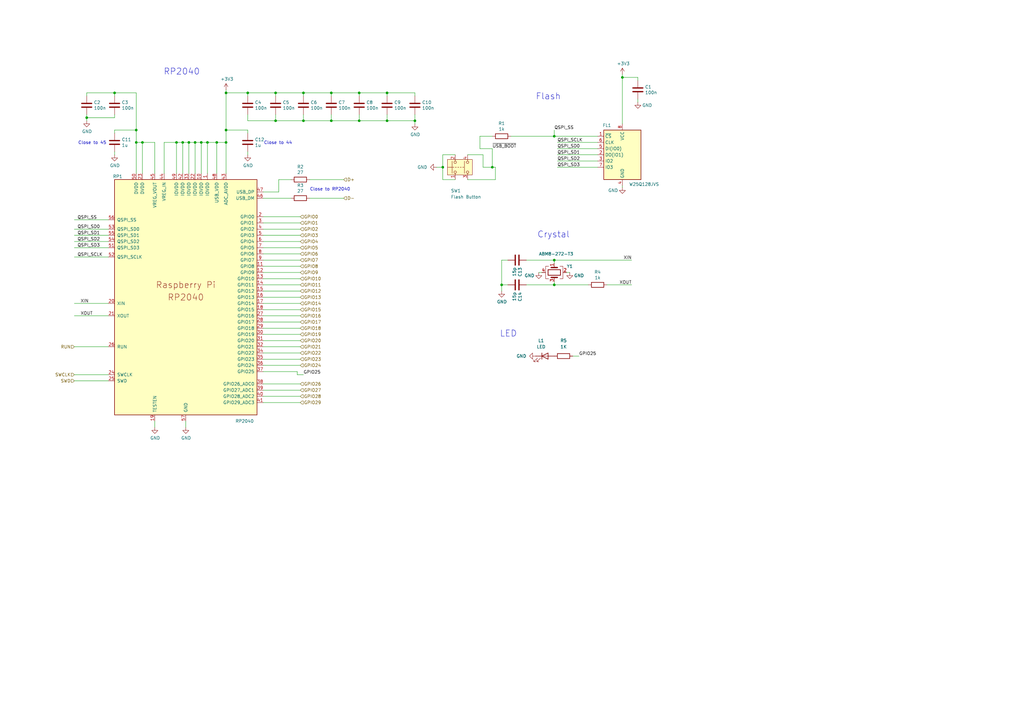
<source format=kicad_sch>
(kicad_sch (version 20231120) (generator "eeschema") (generator_version "8.0")
  (paper "A3")
  (title_block (title "USB to PS/2 Adapter") (date "2024-12-07") (rev "1.2") (company "Mikhail Matveev") (comment 1 "https://github.com/xtremespb/frank2"))
  (lib_symbols
    (symbol "Device:C" (pin_numbers hide) (pin_names (offset 0.254))
      (property "Reference" "C" (at 0.635 2.54 0))
      (property "Value" "C" (at 0.635 -2.54 0))
      (symbol "C_0_1"
        (polyline (pts (xy -2.032 -0.762) (xy 2.032 -0.762)) (stroke (width 0.508)))
        (polyline (pts (xy -2.032 0.762) (xy 2.032 0.762)) (stroke (width 0.508)))
      )
      (symbol "C_1_1"
        (pin passive line (at 0 3.81 270) (length 2.794) (name "~") (number "1"))
        (pin passive line (at 0 -3.81 90) (length 2.794) (name "~") (number "2"))
      )
    )
    (symbol "Device:Crystal_GND24" (pin_names (offset 1.016) hide)
      (property "Reference" "Y" (at 3.175 5.08 0))
      (property "Value" "Crystal_GND24" (at 3.175 3.175 0))
      (symbol "Crystal_GND24_0_1"
        (rectangle (start -1.143 2.54) (end 1.143 -2.54) (stroke (width 0.3048)))
        (polyline (pts (xy -2.54 0) (xy -2.032 0)))
        (polyline (pts (xy -2.032 -1.27) (xy -2.032 1.27)) (stroke (width 0.508)))
        (polyline (pts (xy 0 -3.81) (xy 0 -3.556)))
        (polyline (pts (xy 0 3.556) (xy 0 3.81)))
        (polyline (pts (xy 2.032 -1.27) (xy 2.032 1.27)) (stroke (width 0.508)))
        (polyline (pts (xy 2.032 0) (xy 2.54 0)))
        (polyline (pts (xy -2.54 -2.286) (xy -2.54 -3.556) (xy 2.54 -3.556) (xy 2.54 -2.286)))
        (polyline (pts (xy -2.54 2.286) (xy -2.54 3.556) (xy 2.54 3.556) (xy 2.54 2.286)))
      )
      (symbol "Crystal_GND24_1_1"
        (pin passive line (at -3.81 0 0) (length 1.27) (name "1") (number "1"))
        (pin passive line (at 0 5.08 270) (length 1.27) (name "2") (number "2"))
        (pin passive line (at 3.81 0 180) (length 1.27) (name "3") (number "3"))
        (pin passive line (at 0 -5.08 90) (length 1.27) (name "4") (number "4"))
      )
    )
    (symbol "Device:LED" (pin_numbers hide) (pin_names (offset 1.016) hide)
      (property "Reference" "D" (at 0 2.54 0))
      (property "Value" "LED" (at 0 -2.54 0))
      (symbol "LED_0_1"
        (polyline (pts (xy -1.27 -1.27) (xy -1.27 1.27)) (stroke (width 0.254)))
        (polyline (pts (xy -1.27 0) (xy 1.27 0)))
        (polyline (pts (xy 1.27 -1.27) (xy 1.27 1.27) (xy -1.27 0) (xy 1.27 -1.27)) (stroke (width 0.254)))
        (polyline (pts (xy -3.048 -0.762) (xy -4.572 -2.286) (xy -3.81 -2.286) (xy -4.572 -2.286) (xy -4.572 -1.524)))
        (polyline (pts (xy -1.778 -0.762) (xy -3.302 -2.286) (xy -2.54 -2.286) (xy -3.302 -2.286) (xy -3.302 -1.524)))
      )
      (symbol "LED_1_1"
        (pin passive line (at -3.81 0 0) (length 2.54) (name "K") (number "1"))
        (pin passive line (at 3.81 0 180) (length 2.54) (name "A") (number "2"))
      )
    )
    (symbol "Device:R" (pin_numbers hide) (pin_names (offset 0))
      (property "Reference" "R" (at 2.032 0 90))
      (property "Value" "R" (at 0 0 90))
      (symbol "R_0_1"
        (rectangle (start -1.016 -2.54) (end 1.016 2.54) (stroke (width 0.254)))
      )
      (symbol "R_1_1"
        (pin passive line (at 0 3.81 270) (length 1.27) (name "~") (number "1"))
        (pin passive line (at 0 -3.81 90) (length 1.27) (name "~") (number "2"))
      )
    )
    (symbol "GND_1" (power) (pin_numbers hide) (pin_names (offset 0) hide)
      (property "Value" "GND" (at 0 -3.81 0))
      (symbol "GND_1_0_1"
        (polyline (pts (xy 0 0) (xy 0 -1.27) (xy 1.27 -1.27) (xy 0 -2.54) (xy -1.27 -1.27) (xy 0 -1.27)))
      )
      (symbol "GND_1_1_1"
        (pin power_in line (at 0 0 270) (length 0) (name "~") (number "1"))
      )
    )
    (symbol "GND_2" (power) (pin_numbers hide) (pin_names (offset 0) hide)
      (property "Value" "GND" (at 0 -3.81 0))
      (symbol "GND_2_0_1"
        (polyline (pts (xy 0 0) (xy 0 -1.27) (xy 1.27 -1.27) (xy 0 -2.54) (xy -1.27 -1.27) (xy 0 -1.27)))
      )
      (symbol "GND_2_1_1"
        (pin power_in line (at 0 0 270) (length 0) (name "~") (number "1"))
      )
    )
    (symbol "MCU_RaspberryPi_RP2040:RP2040" (pin_names (offset 1.016))
      (property "Reference" "U" (at -29.21 49.53 0))
      (property "Value" "RP2040" (at 24.13 -49.53 0))
      (symbol "RP2040_0_0"
        (text "Raspberry Pi" (at 0 5.08 0) (effects (font (size 2.54 2.54))))
        (text "RP2040" (at 0 0 0) (effects (font (size 2.54 2.54))))
      )
      (symbol "RP2040_0_1"
        (rectangle (start 29.21 48.26) (end -29.21 -48.26) (stroke (width 0.254)) (fill (type background)))
      )
      (symbol "RP2040_1_1"
        (pin power_in line (at 8.89 50.8 270) (length 2.54) (name "IOVDD") (number "1"))
        (pin power_in line (at 6.35 50.8 270) (length 2.54) (name "IOVDD") (number "10"))
        (pin bidirectional line (at 31.75 12.7 180) (length 2.54) (name "GPIO8") (number "11"))
        (pin bidirectional line (at 31.75 10.16 180) (length 2.54) (name "GPIO9") (number "12"))
        (pin bidirectional line (at 31.75 7.62 180) (length 2.54) (name "GPIO10") (number "13"))
        (pin bidirectional line (at 31.75 5.08 180) (length 2.54) (name "GPIO11") (number "14"))
        (pin bidirectional line (at 31.75 2.54 180) (length 2.54) (name "GPIO12") (number "15"))
        (pin bidirectional line (at 31.75 0 180) (length 2.54) (name "GPIO13") (number "16"))
        (pin bidirectional line (at 31.75 -2.54 180) (length 2.54) (name "GPIO14") (number "17"))
        (pin bidirectional line (at 31.75 -5.08 180) (length 2.54) (name "GPIO15") (number "18"))
        (pin passive line (at -12.7 -50.8 90) (length 2.54) (name "TESTEN") (number "19"))
        (pin bidirectional line (at 31.75 33.02 180) (length 2.54) (name "GPIO0") (number "2"))
        (pin input line (at -31.75 -2.54 0) (length 2.54) (name "XIN") (number "20"))
        (pin passive line (at -31.75 -7.62 0) (length 2.54) (name "XOUT") (number "21"))
        (pin power_in line (at 3.81 50.8 270) (length 2.54) (name "IOVDD") (number "22"))
        (pin power_in line (at -17.78 50.8 270) (length 2.54) (name "DVDD") (number "23"))
        (pin output line (at -31.75 -31.75 0) (length 2.54) (name "SWCLK") (number "24"))
        (pin bidirectional line (at -31.75 -34.29 0) (length 2.54) (name "SWD") (number "25"))
        (pin input line (at -31.75 -20.32 0) (length 2.54) (name "RUN") (number "26"))
        (pin bidirectional line (at 31.75 -7.62 180) (length 2.54) (name "GPIO16") (number "27"))
        (pin bidirectional line (at 31.75 -10.16 180) (length 2.54) (name "GPIO17") (number "28"))
        (pin bidirectional line (at 31.75 -12.7 180) (length 2.54) (name "GPIO18") (number "29"))
        (pin bidirectional line (at 31.75 30.48 180) (length 2.54) (name "GPIO1") (number "3"))
        (pin bidirectional line (at 31.75 -15.24 180) (length 2.54) (name "GPIO19") (number "30"))
        (pin bidirectional line (at 31.75 -17.78 180) (length 2.54) (name "GPIO20") (number "31"))
        (pin bidirectional line (at 31.75 -20.32 180) (length 2.54) (name "GPIO21") (number "32"))
        (pin power_in line (at 1.27 50.8 270) (length 2.54) (name "IOVDD") (number "33"))
        (pin bidirectional line (at 31.75 -22.86 180) (length 2.54) (name "GPIO22") (number "34"))
        (pin bidirectional line (at 31.75 -25.4 180) (length 2.54) (name "GPIO23") (number "35"))
        (pin bidirectional line (at 31.75 -27.94 180) (length 2.54) (name "GPIO24") (number "36"))
        (pin bidirectional line (at 31.75 -30.48 180) (length 2.54) (name "GPIO25") (number "37"))
        (pin bidirectional line (at 31.75 -35.56 180) (length 2.54) (name "GPIO26_ADC0") (number "38"))
        (pin bidirectional line (at 31.75 -38.1 180) (length 2.54) (name "GPIO27_ADC1") (number "39"))
        (pin bidirectional line (at 31.75 27.94 180) (length 2.54) (name "GPIO2") (number "4"))
        (pin bidirectional line (at 31.75 -40.64 180) (length 2.54) (name "GPIO28_ADC2") (number "40"))
        (pin bidirectional line (at 31.75 -43.18 180) (length 2.54) (name "GPIO29_ADC3") (number "41"))
        (pin power_in line (at -1.27 50.8 270) (length 2.54) (name "IOVDD") (number "42"))
        (pin power_in line (at 16.51 50.8 270) (length 2.54) (name "ADC_AVDD") (number "43"))
        (pin power_in line (at -8.89 50.8 270) (length 2.54) (name "VREG_IN") (number "44"))
        (pin power_out line (at -12.7 50.8 270) (length 2.54) (name "VREG_VOUT") (number "45"))
        (pin bidirectional line (at 31.75 40.64 180) (length 2.54) (name "USB_DM") (number "46"))
        (pin bidirectional line (at 31.75 43.18 180) (length 2.54) (name "USB_DP") (number "47"))
        (pin power_in line (at 12.7 50.8 270) (length 2.54) (name "USB_VDD") (number "48"))
        (pin power_in line (at -3.81 50.8 270) (length 2.54) (name "IOVDD") (number "49"))
        (pin bidirectional line (at 31.75 25.4 180) (length 2.54) (name "GPIO3") (number "5"))
        (pin power_in line (at -20.32 50.8 270) (length 2.54) (name "DVDD") (number "50"))
        (pin bidirectional line (at -31.75 20.32 0) (length 2.54) (name "QSPI_SD3") (number "51"))
        (pin output line (at -31.75 16.51 0) (length 2.54) (name "QSPI_SCLK") (number "52"))
        (pin bidirectional line (at -31.75 27.94 0) (length 2.54) (name "QSPI_SD0") (number "53"))
        (pin bidirectional line (at -31.75 22.86 0) (length 2.54) (name "QSPI_SD2") (number "54"))
        (pin bidirectional line (at -31.75 25.4 0) (length 2.54) (name "QSPI_SD1") (number "55"))
        (pin bidirectional line (at -31.75 31.75 0) (length 2.54) (name "QSPI_SS") (number "56"))
        (pin power_in line (at 0 -50.8 90) (length 2.54) (name "GND") (number "57"))
        (pin bidirectional line (at 31.75 22.86 180) (length 2.54) (name "GPIO4") (number "6"))
        (pin bidirectional line (at 31.75 20.32 180) (length 2.54) (name "GPIO5") (number "7"))
        (pin bidirectional line (at 31.75 17.78 180) (length 2.54) (name "GPIO6") (number "8"))
        (pin bidirectional line (at 31.75 15.24 180) (length 2.54) (name "GPIO7") (number "9"))
      )
    )
    (symbol "Memory_Flash:W25Q128JVS"
      (property "Reference" "U" (at -8.89 8.89 0))
      (property "Value" "W25Q128JVS" (at 7.62 8.89 0))
      (symbol "W25Q128JVS_0_1"
        (rectangle (start -7.62 10.16) (end 7.62 -10.16) (stroke (width 0.254)) (fill (type background)))
      )
      (symbol "W25Q128JVS_1_1"
        (pin input line (at -10.16 7.62 0) (length 2.54) (name "~{CS}") (number "1"))
        (pin bidirectional line (at -10.16 0 0) (length 2.54) (name "DO(IO1)") (number "2"))
        (pin bidirectional line (at -10.16 -2.54 0) (length 2.54) (name "IO2") (number "3"))
        (pin power_in line (at 0 -12.7 90) (length 2.54) (name "GND") (number "4"))
        (pin bidirectional line (at -10.16 2.54 0) (length 2.54) (name "DI(IO0)") (number "5"))
        (pin input line (at -10.16 5.08 0) (length 2.54) (name "CLK") (number "6"))
        (pin bidirectional line (at -10.16 -5.08 0) (length 2.54) (name "IO3") (number "7"))
        (pin power_in line (at 0 12.7 270) (length 2.54) (name "VCC") (number "8"))
      )
    )
    (symbol "Switch:SW_Push_Dual" (pin_names (offset 1.016) hide)
      (property "Reference" "SW" (at 0 7.62 0))
      (property "Value" "SW_Push_Dual" (at 0 -6.35 0))
      (symbol "SW_Push_Dual_0_1"
        (circle (center -2.032 -2.54) (radius 0.508))
        (circle (center -2.032 2.54) (radius 0.508))
        (polyline (pts (xy 0 -0.508) (xy 0 -1.016)))
        (polyline (pts (xy 0 0.508) (xy 0 0)))
        (polyline (pts (xy 0 1.016) (xy 0 1.524)))
        (polyline (pts (xy 0 2.032) (xy 0 2.54)))
        (polyline (pts (xy 0 3.048) (xy 0 3.556)))
        (polyline (pts (xy 0 3.81) (xy 0 5.588)))
        (polyline (pts (xy 2.54 -1.27) (xy -2.54 -1.27)))
        (polyline (pts (xy 2.54 3.81) (xy -2.54 3.81)))
        (circle (center 2.032 -2.54) (radius 0.508))
        (circle (center 2.032 2.54) (radius 0.508))
        (pin passive line (at -5.08 2.54 0) (length 2.54) (name "1") (number "1"))
        (pin passive line (at 5.08 2.54 180) (length 2.54) (name "2") (number "2"))
        (pin passive line (at -5.08 -2.54 0) (length 2.54) (name "3") (number "3"))
        (pin passive line (at 5.08 -2.54 180) (length 2.54) (name "4") (number "4"))
      )
      (symbol "SW_Push_Dual_1_1"
        (rectangle (start -3.175 5.715) (end 3.175 -4.445) (fill (type background)))
      )
    )
    (symbol "power:+3V3" (power) (pin_names (offset 0))
      (property "Value" "+3V3" (at 0 3.556 0))
      (symbol "+3V3_0_1"
        (polyline (pts (xy -0.762 1.27) (xy 0 2.54)))
        (polyline (pts (xy 0 0) (xy 0 2.54)))
        (polyline (pts (xy 0 2.54) (xy 0.762 1.27)))
      )
      (symbol "+3V3_1_1"
        (pin power_in line (at 0 0 90) (length 0) hide (name "+3V3") (number "1"))
      )
    )
    (symbol "power:GND" (power) (pin_names (offset 0))
      (property "Value" "GND" (at 0 -3.81 0))
      (symbol "GND_0_1"
        (polyline (pts (xy 0 0) (xy 0 -1.27) (xy 1.27 -1.27) (xy 0 -2.54) (xy -1.27 -1.27) (xy 0 -1.27)))
      )
      (symbol "GND_1_1"
        (pin power_in line (at 0 0 270) (length 0) hide (name "GND") (number "1"))
      )
    )
  )
  (junction (at 58.42 58.42))
  (junction (at 205.74 116.84))
  (junction (at 113.03 49.53))
  (junction (at 88.9 58.42))
  (junction (at 101.6 38.1))
  (junction (at 158.75 49.53))
  (junction (at 72.39 58.42))
  (junction (at 82.55 58.42))
  (junction (at 92.71 53.34))
  (junction (at 170.18 49.53))
  (junction (at 35.56 48.26))
  (junction (at 147.32 49.53))
  (junction (at 80.01 58.42))
  (junction (at 135.89 38.1))
  (junction (at 55.88 53.34))
  (junction (at 113.03 38.1))
  (junction (at 46.99 38.1))
  (junction (at 227.33 55.88))
  (junction (at 135.89 49.53))
  (junction (at 92.71 38.1))
  (junction (at 85.09 58.42))
  (junction (at 74.93 58.42))
  (junction (at 227.33 116.84))
  (junction (at 158.75 38.1))
  (junction (at 124.46 38.1))
  (junction (at 92.71 58.42))
  (junction (at 55.88 58.42))
  (junction (at 77.47 58.42))
  (junction (at 255.27 31.75))
  (junction (at 201.93 68.58))
  (junction (at 227.33 106.68))
  (junction (at 124.46 49.53))
  (junction (at 147.32 38.1))
  (junction (at 181.61 68.58))
  (wire (pts (xy 58.42 58.42) (xy 55.88 58.42)))
  (wire (pts (xy 245.11 60.96) (xy 228.6 60.96)))
  (wire (pts (xy 127 73.66) (xy 140.97 73.66)))
  (wire (pts (xy 107.95 104.14) (xy 123.19 104.14)))
  (wire (pts (xy 181.61 63.5) (xy 181.61 68.58)))
  (wire (pts (xy 121.92 152.4) (xy 107.95 152.4)))
  (wire (pts (xy 46.99 48.26) (xy 46.99 46.99)))
  (wire (pts (xy 170.18 46.99) (xy 170.18 49.53)))
  (wire (pts (xy 196.85 60.96) (xy 196.85 55.88)))
  (wire (pts (xy 255.27 31.75) (xy 255.27 50.8)))
  (wire (pts (xy 114.3 73.66) (xy 114.3 78.74)))
  (wire (pts (xy 82.55 58.42) (xy 85.09 58.42)))
  (wire (pts (xy 158.75 39.37) (xy 158.75 38.1)))
  (wire (pts (xy 92.71 38.1) (xy 101.6 38.1)))
  (wire (pts (xy 101.6 46.99) (xy 101.6 49.53)))
  (wire (pts (xy 101.6 39.37) (xy 101.6 38.1)))
  (wire (pts (xy 67.31 58.42) (xy 72.39 58.42)))
  (wire (pts (xy 205.74 106.68) (xy 205.74 116.84)))
  (wire (pts (xy 261.62 40.64) (xy 261.62 41.91)))
  (wire (pts (xy 107.95 142.24) (xy 123.19 142.24)))
  (wire (pts (xy 107.95 160.02) (xy 123.19 160.02)))
  (wire (pts (xy 113.03 39.37) (xy 113.03 38.1)))
  (wire (pts (xy 261.62 33.02) (xy 261.62 31.75)))
  (wire (pts (xy 101.6 62.23) (xy 101.6 63.5)))
  (wire (pts (xy 80.01 58.42) (xy 82.55 58.42)))
  (wire (pts (xy 215.9 106.68) (xy 227.33 106.68)))
  (wire (pts (xy 92.71 58.42) (xy 92.71 71.12)))
  (wire (pts (xy 63.5 71.12) (xy 63.5 58.42)))
  (wire (pts (xy 30.48 99.06) (xy 44.45 99.06)))
  (wire (pts (xy 107.95 165.1) (xy 123.19 165.1)))
  (wire (pts (xy 201.93 68.58) (xy 201.93 60.96)))
  (wire (pts (xy 113.03 46.99) (xy 113.03 49.53)))
  (wire (pts (xy 46.99 39.37) (xy 46.99 38.1)))
  (wire (pts (xy 227.33 55.88) (xy 245.11 55.88)))
  (wire (pts (xy 107.95 127) (xy 123.19 127)))
  (wire (pts (xy 196.85 55.88) (xy 201.93 55.88)))
  (wire (pts (xy 30.48 124.46) (xy 44.45 124.46)))
  (wire (pts (xy 107.95 96.52) (xy 123.19 96.52)))
  (wire (pts (xy 201.93 68.58) (xy 203.2 68.58)))
  (wire (pts (xy 208.28 106.68) (xy 205.74 106.68)))
  (wire (pts (xy 46.99 62.23) (xy 46.99 63.5)))
  (wire (pts (xy 107.95 101.6) (xy 123.19 101.6)))
  (wire (pts (xy 46.99 54.61) (xy 46.99 53.34)))
  (wire (pts (xy 92.71 53.34) (xy 92.71 58.42)))
  (wire (pts (xy 92.71 38.1) (xy 92.71 53.34)))
  (wire (pts (xy 127 81.28) (xy 140.97 81.28)))
  (wire (pts (xy 101.6 54.61) (xy 101.6 53.34)))
  (wire (pts (xy 88.9 71.12) (xy 88.9 58.42)))
  (wire (pts (xy 158.75 46.99) (xy 158.75 49.53)))
  (wire (pts (xy 55.88 53.34) (xy 55.88 58.42)))
  (wire (pts (xy 44.45 129.54) (xy 30.48 129.54)))
  (wire (pts (xy 191.77 63.5) (xy 198.12 63.5)))
  (wire (pts (xy 44.45 153.67) (xy 30.48 153.67)))
  (wire (pts (xy 107.95 124.46) (xy 123.19 124.46)))
  (wire (pts (xy 215.9 116.84) (xy 227.33 116.84)))
  (wire (pts (xy 107.95 139.7) (xy 123.19 139.7)))
  (wire (pts (xy 147.32 49.53) (xy 135.89 49.53)))
  (wire (pts (xy 72.39 58.42) (xy 74.93 58.42)))
  (wire (pts (xy 245.11 68.58) (xy 228.6 68.58)))
  (wire (pts (xy 101.6 38.1) (xy 113.03 38.1)))
  (wire (pts (xy 220.98 111.76) (xy 222.25 111.76)))
  (wire (pts (xy 228.6 58.42) (xy 245.11 58.42)))
  (wire (pts (xy 107.95 162.56) (xy 123.19 162.56)))
  (wire (pts (xy 181.61 63.5) (xy 186.69 63.5)))
  (wire (pts (xy 67.31 71.12) (xy 67.31 58.42)))
  (wire (pts (xy 88.9 58.42) (xy 92.71 58.42)))
  (wire (pts (xy 46.99 53.34) (xy 55.88 53.34)))
  (wire (pts (xy 209.55 55.88) (xy 227.33 55.88)))
  (wire (pts (xy 35.56 46.99) (xy 35.56 48.26)))
  (wire (pts (xy 135.89 38.1) (xy 147.32 38.1)))
  (wire (pts (xy 107.95 99.06) (xy 123.19 99.06)))
  (wire (pts (xy 107.95 114.3) (xy 123.19 114.3)))
  (wire (pts (xy 147.32 38.1) (xy 158.75 38.1)))
  (wire (pts (xy 227.33 115.57) (xy 227.33 116.84)))
  (wire (pts (xy 55.88 38.1) (xy 55.88 53.34)))
  (wire (pts (xy 245.11 63.5) (xy 228.6 63.5)))
  (wire (pts (xy 208.28 116.84) (xy 205.74 116.84)))
  (wire (pts (xy 191.77 73.66) (xy 203.2 73.66)))
  (wire (pts (xy 227.33 107.95) (xy 227.33 106.68)))
  (wire (pts (xy 114.3 73.66) (xy 119.38 73.66)))
  (wire (pts (xy 30.48 101.6) (xy 44.45 101.6)))
  (wire (pts (xy 107.95 147.32) (xy 123.19 147.32)))
  (wire (pts (xy 203.2 68.58) (xy 203.2 73.66)))
  (wire (pts (xy 107.95 129.54) (xy 123.19 129.54)))
  (wire (pts (xy 80.01 71.12) (xy 80.01 58.42)))
  (wire (pts (xy 147.32 46.99) (xy 147.32 49.53)))
  (wire (pts (xy 72.39 71.12) (xy 72.39 58.42)))
  (wire (pts (xy 30.48 93.98) (xy 44.45 93.98)))
  (wire (pts (xy 198.12 68.58) (xy 198.12 63.5)))
  (wire (pts (xy 107.95 106.68) (xy 123.19 106.68)))
  (wire (pts (xy 255.27 76.835) (xy 255.27 76.2)))
  (wire (pts (xy 227.33 106.68) (xy 259.08 106.68)))
  (wire (pts (xy 181.61 73.66) (xy 186.69 73.66)))
  (wire (pts (xy 158.75 38.1) (xy 170.18 38.1)))
  (wire (pts (xy 113.03 38.1) (xy 124.46 38.1)))
  (wire (pts (xy 63.5 172.72) (xy 63.5 175.26)))
  (wire (pts (xy 107.95 132.08) (xy 123.19 132.08)))
  (wire (pts (xy 234.95 146.05) (xy 237.49 146.05)))
  (wire (pts (xy 248.92 116.84) (xy 259.08 116.84)))
  (wire (pts (xy 107.95 116.84) (xy 123.19 116.84)))
  (wire (pts (xy 107.95 78.74) (xy 114.3 78.74)))
  (wire (pts (xy 124.46 46.99) (xy 124.46 49.53)))
  (wire (pts (xy 255.27 30.48) (xy 255.27 31.75)))
  (wire (pts (xy 147.32 39.37) (xy 147.32 38.1)))
  (wire (pts (xy 227.33 116.84) (xy 241.3 116.84)))
  (wire (pts (xy 107.95 81.28) (xy 119.38 81.28)))
  (wire (pts (xy 35.56 48.26) (xy 46.99 48.26)))
  (wire (pts (xy 124.46 39.37) (xy 124.46 38.1)))
  (wire (pts (xy 107.95 91.44) (xy 123.19 91.44)))
  (wire (pts (xy 158.75 49.53) (xy 147.32 49.53)))
  (wire (pts (xy 92.71 53.34) (xy 101.6 53.34)))
  (wire (pts (xy 205.74 116.84) (xy 205.74 119.38)))
  (wire (pts (xy 55.88 58.42) (xy 55.88 71.12)))
  (wire (pts (xy 201.93 60.96) (xy 196.85 60.96)))
  (wire (pts (xy 44.45 142.24) (xy 30.48 142.24)))
  (wire (pts (xy 44.45 156.21) (xy 30.48 156.21)))
  (wire (pts (xy 170.18 39.37) (xy 170.18 38.1)))
  (wire (pts (xy 85.09 58.42) (xy 88.9 58.42)))
  (wire (pts (xy 121.92 153.67) (xy 124.46 153.67)))
  (wire (pts (xy 107.95 119.38) (xy 123.19 119.38)))
  (wire (pts (xy 135.89 46.99) (xy 135.89 49.53)))
  (wire (pts (xy 113.03 49.53) (xy 101.6 49.53)))
  (wire (pts (xy 63.5 58.42) (xy 58.42 58.42)))
  (wire (pts (xy 135.89 39.37) (xy 135.89 38.1)))
  (wire (pts (xy 245.11 66.04) (xy 228.6 66.04)))
  (wire (pts (xy 124.46 38.1) (xy 135.89 38.1)))
  (wire (pts (xy 107.95 93.98) (xy 123.19 93.98)))
  (wire (pts (xy 198.12 68.58) (xy 201.93 68.58)))
  (wire (pts (xy 135.89 49.53) (xy 124.46 49.53)))
  (wire (pts (xy 92.71 36.83) (xy 92.71 38.1)))
  (wire (pts (xy 121.92 153.67) (xy 121.92 152.4)))
  (wire (pts (xy 232.41 111.76) (xy 233.68 111.76)))
  (wire (pts (xy 107.95 121.92) (xy 123.19 121.92)))
  (wire (pts (xy 227.33 53.34) (xy 227.33 55.88)))
  (wire (pts (xy 124.46 49.53) (xy 113.03 49.53)))
  (wire (pts (xy 77.47 58.42) (xy 80.01 58.42)))
  (wire (pts (xy 46.99 38.1) (xy 55.88 38.1)))
  (wire (pts (xy 107.95 111.76) (xy 123.19 111.76)))
  (wire (pts (xy 30.48 96.52) (xy 44.45 96.52)))
  (wire (pts (xy 85.09 58.42) (xy 85.09 71.12)))
  (wire (pts (xy 181.61 68.58) (xy 181.61 73.66)))
  (wire (pts (xy 107.95 137.16) (xy 123.19 137.16)))
  (wire (pts (xy 35.56 38.1) (xy 46.99 38.1)))
  (wire (pts (xy 35.56 39.37) (xy 35.56 38.1)))
  (wire (pts (xy 35.56 48.26) (xy 35.56 49.53)))
  (wire (pts (xy 158.75 49.53) (xy 170.18 49.53)))
  (wire (pts (xy 74.93 71.12) (xy 74.93 58.42)))
  (wire (pts (xy 179.07 68.58) (xy 181.61 68.58)))
  (wire (pts (xy 76.2 172.72) (xy 76.2 175.26)))
  (wire (pts (xy 44.45 105.41) (xy 30.48 105.41)))
  (wire (pts (xy 74.93 58.42) (xy 77.47 58.42)))
  (wire (pts (xy 170.18 49.53) (xy 170.18 50.8)))
  (wire (pts (xy 44.45 90.17) (xy 30.48 90.17)))
  (wire (pts (xy 107.95 134.62) (xy 123.19 134.62)))
  (wire (pts (xy 107.95 109.22) (xy 123.19 109.22)))
  (wire (pts (xy 77.47 71.12) (xy 77.47 58.42)))
  (wire (pts (xy 58.42 71.12) (xy 58.42 58.42)))
  (wire (pts (xy 107.95 157.48) (xy 123.19 157.48)))
  (wire (pts (xy 107.95 149.86) (xy 123.19 149.86)))
  (wire (pts (xy 261.62 31.75) (xy 255.27 31.75)))
  (wire (pts (xy 107.95 88.9) (xy 123.19 88.9)))
  (wire (pts (xy 82.55 71.12) (xy 82.55 58.42)))
  (wire (pts (xy 107.95 144.78) (xy 123.19 144.78)))
  (text "LED" (at 204.978 138.43 0) (effects (font (size 2.54 2.54)) (justify left bottom)))
  (text "RP2040" (at 67.056 30.988 0) (effects (font (size 2.54 2.54)) (justify left bottom)))
  (text "Close to 44" (at 114.046 58.674 0) (effects (font (size 1.27 1.27))))
  (text "Close to RP2040" (at 135.382 77.724 0) (effects (font (size 1.27 1.27))))
  (text "Flash" (at 219.71 41.148 0) (effects (font (size 2.54 2.54)) (justify left bottom)))
  (text "Close to 45" (at 37.846 58.674 0) (effects (font (size 1.27 1.27))))
  (text "Crystal" (at 220.345 97.79 0) (effects (font (size 2.54 2.54)) (justify left bottom)))
  (label "QSPI_SD2" (at 228.6 66.04 0))
  (label "QSPI_SCLK" (at 31.75 105.41 0))
  (label "QSPI_SD0" (at 31.75 93.98 0))
  (label "QSPI_SS" (at 227.33 53.34 0))
  (label "XIN" (at 33.02 124.46 0))
  (label "QSPI_SCLK" (at 228.6 58.42 0))
  (label "QSPI_SD1" (at 31.75 96.52 0))
  (label "QSPI_SD3" (at 31.75 101.6 0))
  (label "GPIO25" (at 237.49 146.05 0))
  (label "XIN" (at 259.08 106.68 180))
  (label "GPIO25" (at 124.46 153.67 0))
  (label "~{USB_BOOT}" (at 201.93 60.96 0))
  (label "QSPI_SD0" (at 228.6 60.96 0))
  (label "XOUT" (at 259.08 116.84 180))
  (label "XOUT" (at 33.02 129.54 0))
  (label "QSPI_SD1" (at 228.6 63.5 0))
  (label "QSPI_SD3" (at 228.6 68.58 0))
  (label "QSPI_SD2" (at 31.75 99.06 0))
  (label "QSPI_SS" (at 31.75 90.17 0))
  (hierarchical_label "GPIO18" (shape input) (at 123.19 134.62 0))
  (hierarchical_label "GPIO29" (shape input) (at 123.19 165.1 0))
  (hierarchical_label "GPIO3" (shape input) (at 123.19 96.52 0))
  (hierarchical_label "GPIO15" (shape input) (at 123.19 127 0))
  (hierarchical_label "GPIO21" (shape input) (at 123.19 142.24 0))
  (hierarchical_label "GPIO16" (shape input) (at 123.19 129.54 0))
  (hierarchical_label "GPIO1" (shape input) (at 123.19 91.44 0))
  (hierarchical_label "D-" (shape input) (at 140.97 81.28 0))
  (hierarchical_label "GPIO11" (shape input) (at 123.19 116.84 0))
  (hierarchical_label "GPIO27" (shape input) (at 123.19 160.02 0))
  (hierarchical_label "D+" (shape input) (at 140.97 73.66 0))
  (hierarchical_label "GPIO20" (shape input) (at 123.19 139.7 0))
  (hierarchical_label "GPIO14" (shape input) (at 123.19 124.46 0))
  (hierarchical_label "GPIO8" (shape input) (at 123.19 109.22 0))
  (hierarchical_label "GPIO26" (shape input) (at 123.19 157.48 0))
  (hierarchical_label "GPIO22" (shape input) (at 123.19 144.78 0))
  (hierarchical_label "GPIO4" (shape input) (at 123.19 99.06 0))
  (hierarchical_label "GPIO7" (shape input) (at 123.19 106.68 0))
  (hierarchical_label "GPIO10" (shape input) (at 123.19 114.3 0))
  (hierarchical_label "SWD" (shape input) (at 30.48 156.21 180))
  (hierarchical_label "GPIO28" (shape input) (at 123.19 162.56 0))
  (hierarchical_label "RUN" (shape input) (at 30.48 142.24 180))
  (hierarchical_label "GPIO23" (shape input) (at 123.19 147.32 0))
  (hierarchical_label "GPIO0" (shape input) (at 123.19 88.9 0))
  (hierarchical_label "GPIO5" (shape input) (at 123.19 101.6 0))
  (hierarchical_label "SWCLK" (shape input) (at 30.48 153.67 180))
  (hierarchical_label "GPIO13" (shape input) (at 123.19 121.92 0))
  (hierarchical_label "GPIO6" (shape input) (at 123.19 104.14 0))
  (hierarchical_label "GPIO2" (shape input) (at 123.19 93.98 0))
  (hierarchical_label "GPIO17" (shape input) (at 123.19 132.08 0))
  (hierarchical_label "GPIO12" (shape input) (at 123.19 119.38 0))
  (hierarchical_label "GPIO9" (shape input) (at 123.19 111.76 0))
  (hierarchical_label "GPIO24" (shape input) (at 123.19 149.86 0))
  (hierarchical_label "GPIO19" (shape input) (at 123.19 137.16 0))
  (symbol (lib_id "Device:C") (at 46.99 43.18 0) (unit 1)
    (property "Reference" "C3" (at 49.911 42.0116 0) (effects (justify left)))
    (property "Value" "100n" (at 49.911 44.323 0) (effects (justify left)))
    (property "Footprint" "LIBS:Medved_C_0805" (effects (hide yes)))
  )
  (symbol (lib_id "MCU_RaspberryPi_RP2040:RP2040") (at 76.2 121.92 0) (unit 1)
    (property "Reference" "RP1" (at 48.26 72.39 0))
    (property "Value" "RP2040" (at 100.33 172.72 0))
    (property "Footprint" "LIBS:RP2040-QFN-56" (effects (hide yes)))
  )
  (symbol (lib_id "Device:R") (at 231.14 146.05 90) (unit 1)
    (property "Reference" "R5" (at 231.14 139.7 90))
    (property "Value" "1K" (at 231.14 142.24 90))
    (property "Footprint" "LIBS:Medved_R_0805" (effects (hide yes)))
    (property "Description" "Resistor" (effects (hide yes)))
  )
  (symbol (lib_id "Device:Crystal_GND24") (at 227.33 111.76 270) (unit 1)
    (property "Reference" "Y1" (at 232.41 109.22 90) (effects (justify left)))
    (property "Value" "ABM8-272-T3" (at 220.98 104.14 90) (effects (justify left)))
    (property "Footprint" "Crystal:Crystal_SMD_3225-4Pin_3.2x2.5mm" (effects (hide yes)))
  )
  (symbol (lib_id "power:+3V3") (at 92.71 36.83 0) (unit 1)
    (property "Reference" "#PWR02" (effects (hide yes)))
    (property "Value" "+3V3" (at 93.091 32.4358 0))
  )
  (symbol (lib_id "Memory_Flash:W25Q128JVS") (at 255.27 63.5 0) (unit 1)
    (property "Reference" "FL1" (at 248.92 51.435 0))
    (property "Value" "W25Q128JVS" (at 264.16 75.565 0))
    (property "Footprint" "LIBS:Medved_SOIC-8_5.23x5.23mm_P1.27mm" (effects (hide yes)))
    (property "Datasheet" "http://www.winbond.com/resource-files/w25q128jv_dtr%20revc%2003272018%20plus.pdf" (effects (hide yes)))
  )
  (symbol (lib_id "Device:C") (at 135.89 43.18 0) (unit 1)
    (property "Reference" "C7" (at 138.811 42.0116 0) (effects (justify left)))
    (property "Value" "100n" (at 138.811 44.323 0) (effects (justify left)))
    (property "Footprint" "LIBS:Medved_C_0805" (effects (hide yes)))
  )
  (symbol (lib_name "GND_2") (lib_id "power:GND") (at 219.71 146.05 270) (unit 1)
    (property "Reference" "#PWR013" (effects (hide yes)))
    (property "Value" "GND" (at 215.9 146.0499 90) (effects (justify right)))
    (property "Description" "Power symbol creates a global label with name \"GND\" , ground" (effects (hide yes)))
  )
  (symbol (lib_id "Device:R") (at 123.19 81.28 270) (unit 1)
    (property "Reference" "R3" (at 123.19 76.0222 90))
    (property "Value" "27" (at 123.19 78.3336 90))
    (property "Footprint" "LIBS:Medved_R_0805" (effects (hide yes)))
  )
  (symbol (lib_id "Device:R") (at 123.19 73.66 270) (unit 1)
    (property "Reference" "R2" (at 123.19 68.4022 90))
    (property "Value" "27" (at 123.19 70.7136 90))
    (property "Footprint" "LIBS:Medved_R_0805" (effects (hide yes)))
  )
  (symbol (lib_id "power:GND") (at 46.99 63.5 0) (unit 1)
    (property "Reference" "#PWR06" (effects (hide yes)))
    (property "Value" "GND" (at 47.117 67.8942 0))
  )
  (symbol (lib_id "power:+3V3") (at 255.27 30.48 0) (unit 1)
    (property "Reference" "#PWR01" (effects (hide yes)))
    (property "Value" "+3V3" (at 255.651 26.0858 0))
  )
  (symbol (lib_id "Switch:SW_Push_Dual") (at 189.23 68.58 90) (unit 1)
    (property "Reference" "SW1" (at 184.912 78.232 90) (effects (justify right)))
    (property "Value" "Flash Button" (at 184.912 80.772 90) (effects (justify right)))
    (property "Footprint" "LIBS:Button_SMD_3x3x2" (effects (hide yes)))
    (property "Description" "Push button switch, generic, symbol, four pins" (effects (hide yes)))
  )
  (symbol (lib_id "Device:R") (at 245.11 116.84 270) (unit 1)
    (property "Reference" "R4" (at 245.11 111.5822 90))
    (property "Value" "1k" (at 245.11 113.8936 90))
    (property "Footprint" "LIBS:Medved_R_0805" (effects (hide yes)))
  )
  (symbol (lib_id "power:GND") (at 76.2 175.26 0) (unit 1)
    (property "Reference" "#PWR015" (effects (hide yes)))
    (property "Value" "GND" (at 76.327 179.6542 0))
  )
  (symbol (lib_id "Device:C") (at 35.56 43.18 0) (unit 1)
    (property "Reference" "C2" (at 38.481 42.0116 0) (effects (justify left)))
    (property "Value" "100n" (at 38.481 44.323 0) (effects (justify left)))
    (property "Footprint" "LIBS:Medved_C_0805" (effects (hide yes)))
  )
  (symbol (lib_id "power:GND") (at 255.27 76.835 0) (unit 1)
    (property "Reference" "#PWR09" (effects (hide yes)))
    (property "Value" "GND" (at 251.46 78.105 0))
  )
  (symbol (lib_id "power:GND") (at 220.98 111.76 0) (unit 1)
    (property "Reference" "#PWR010" (effects (hide yes)))
    (property "Value" "GND" (at 217.17 113.03 0))
  )
  (symbol (lib_id "power:GND") (at 35.56 49.53 0) (unit 1)
    (property "Reference" "#PWR04" (effects (hide yes)))
    (property "Value" "GND" (at 35.687 53.9242 0))
  )
  (symbol (lib_id "Device:C") (at 101.6 43.18 0) (unit 1)
    (property "Reference" "C4" (at 104.521 42.0116 0) (effects (justify left)))
    (property "Value" "100n" (at 104.521 44.323 0) (effects (justify left)))
    (property "Footprint" "LIBS:Medved_C_0805" (effects (hide yes)))
  )
  (symbol (lib_id "power:GND") (at 233.68 111.76 0) (unit 1)
    (property "Reference" "#PWR011" (effects (hide yes)))
    (property "Value" "GND" (at 237.49 113.03 0))
  )
  (symbol (lib_id "power:GND") (at 261.62 41.91 0) (unit 1)
    (property "Reference" "#PWR03" (effects (hide yes)))
    (property "Value" "GND" (at 265.43 43.18 0))
  )
  (symbol (lib_id "Device:C") (at 113.03 43.18 0) (unit 1)
    (property "Reference" "C5" (at 115.951 42.0116 0) (effects (justify left)))
    (property "Value" "100n" (at 115.951 44.323 0) (effects (justify left)))
    (property "Footprint" "LIBS:Medved_C_0805" (effects (hide yes)))
  )
  (symbol (lib_id "Device:C") (at 101.6 58.42 0) (unit 1)
    (property "Reference" "C12" (at 104.521 57.2516 0) (effects (justify left)))
    (property "Value" "1u" (at 104.521 59.563 0) (effects (justify left)))
    (property "Footprint" "LIBS:Medved_C_0805" (effects (hide yes)))
  )
  (symbol (lib_id "Device:C") (at 261.62 36.83 0) (unit 1)
    (property "Reference" "C1" (at 264.541 35.6616 0) (effects (justify left)))
    (property "Value" "100n" (at 264.541 37.973 0) (effects (justify left)))
    (property "Footprint" "LIBS:Medved_C_0805" (effects (hide yes)))
  )
  (symbol (lib_id "Device:C") (at 212.09 106.68 270) (unit 1)
    (property "Reference" "C13" (at 213.2584 109.601 0) (effects (justify left)))
    (property "Value" "15p" (at 210.947 109.601 0) (effects (justify left)))
    (property "Footprint" "LIBS:Medved_C_0805" (effects (hide yes)))
  )
  (symbol (lib_name "GND_1") (lib_id "power:GND") (at 179.07 68.58 270) (unit 1)
    (property "Reference" "#PWR08" (effects (hide yes)))
    (property "Value" "GND" (at 175.26 68.5799 90) (effects (justify right)))
    (property "Description" "Power symbol creates a global label with name \"GND\" , ground" (effects (hide yes)))
  )
  (symbol (lib_id "Device:C") (at 212.09 116.84 270) (unit 1)
    (property "Reference" "C14" (at 213.2584 119.761 0) (effects (justify left)))
    (property "Value" "15p" (at 210.947 119.761 0) (effects (justify left)))
    (property "Footprint" "LIBS:Medved_C_0805" (effects (hide yes)))
  )
  (symbol (lib_id "Device:LED") (at 223.52 146.05 0) (unit 1)
    (property "Reference" "L1" (at 221.9325 139.7 0))
    (property "Value" "LED" (at 221.9325 142.24 0))
    (property "Footprint" "LIBS:Medved_LED_0805" (effects (hide yes)))
    (property "Description" "Light emitting diode" (effects (hide yes)))
  )
  (symbol (lib_id "power:GND") (at 170.18 50.8 0) (unit 1)
    (property "Reference" "#PWR05" (effects (hide yes)))
    (property "Value" "GND" (at 170.307 55.1942 0))
  )
  (symbol (lib_id "power:GND") (at 205.74 119.38 0) (unit 1)
    (property "Reference" "#PWR012" (effects (hide yes)))
    (property "Value" "GND" (at 205.867 123.7742 0))
  )
  (symbol (lib_id "Device:C") (at 46.99 58.42 0) (unit 1)
    (property "Reference" "C11" (at 49.911 57.2516 0) (effects (justify left)))
    (property "Value" "1u" (at 49.911 59.563 0) (effects (justify left)))
    (property "Footprint" "LIBS:Medved_C_0805" (effects (hide yes)))
  )
  (symbol (lib_id "Device:C") (at 124.46 43.18 0) (unit 1)
    (property "Reference" "C6" (at 127.381 42.0116 0) (effects (justify left)))
    (property "Value" "100n" (at 127.381 44.323 0) (effects (justify left)))
    (property "Footprint" "LIBS:Medved_C_0805" (effects (hide yes)))
  )
  (symbol (lib_id "Device:C") (at 170.18 43.18 0) (unit 1)
    (property "Reference" "C10" (at 173.101 42.0116 0) (effects (justify left)))
    (property "Value" "100n" (at 173.101 44.323 0) (effects (justify left)))
    (property "Footprint" "LIBS:Medved_C_0805" (effects (hide yes)))
  )
  (symbol (lib_id "Device:R") (at 205.74 55.88 270) (unit 1)
    (property "Reference" "R1" (at 205.74 50.6222 90))
    (property "Value" "1k" (at 205.74 52.9336 90))
    (property "Footprint" "LIBS:Medved_R_0805" (effects (hide yes)))
  )
  (symbol (lib_id "power:GND") (at 63.5 175.26 0) (unit 1)
    (property "Reference" "#PWR014" (effects (hide yes)))
    (property "Value" "GND" (at 63.627 179.6542 0))
  )
  (symbol (lib_id "power:GND") (at 101.6 63.5 0) (unit 1)
    (property "Reference" "#PWR07" (effects (hide yes)))
    (property "Value" "GND" (at 101.727 67.8942 0))
  )
  (symbol (lib_id "Device:C") (at 147.32 43.18 0) (unit 1)
    (property "Reference" "C8" (at 150.241 42.0116 0) (effects (justify left)))
    (property "Value" "100n" (at 150.241 44.323 0) (effects (justify left)))
    (property "Footprint" "LIBS:Medved_C_0805" (effects (hide yes)))
  )
  (symbol (lib_id "Device:C") (at 158.75 43.18 0) (unit 1)
    (property "Reference" "C9" (at 161.671 42.0116 0) (effects (justify left)))
    (property "Value" "100n" (at 161.671 44.323 0) (effects (justify left)))
    (property "Footprint" "LIBS:Medved_C_0805" (effects (hide yes)))
  )
)
</source>
